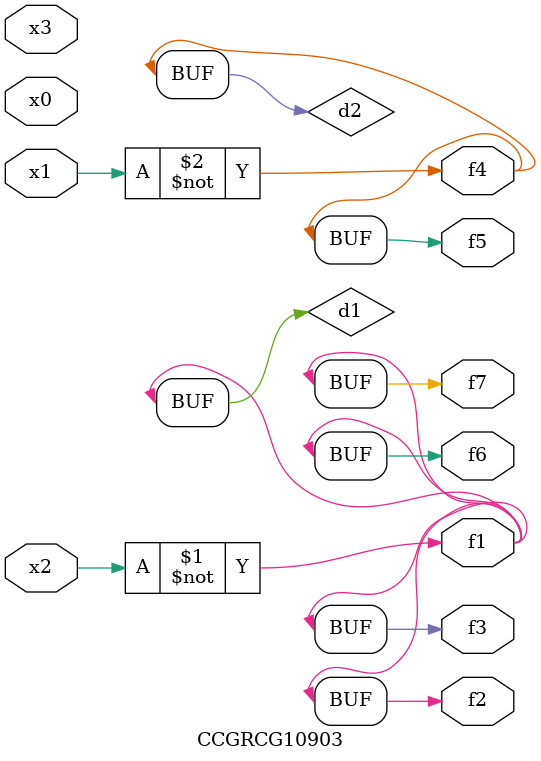
<source format=v>
module CCGRCG10903(
	input x0, x1, x2, x3,
	output f1, f2, f3, f4, f5, f6, f7
);

	wire d1, d2;

	xnor (d1, x2);
	not (d2, x1);
	assign f1 = d1;
	assign f2 = d1;
	assign f3 = d1;
	assign f4 = d2;
	assign f5 = d2;
	assign f6 = d1;
	assign f7 = d1;
endmodule

</source>
